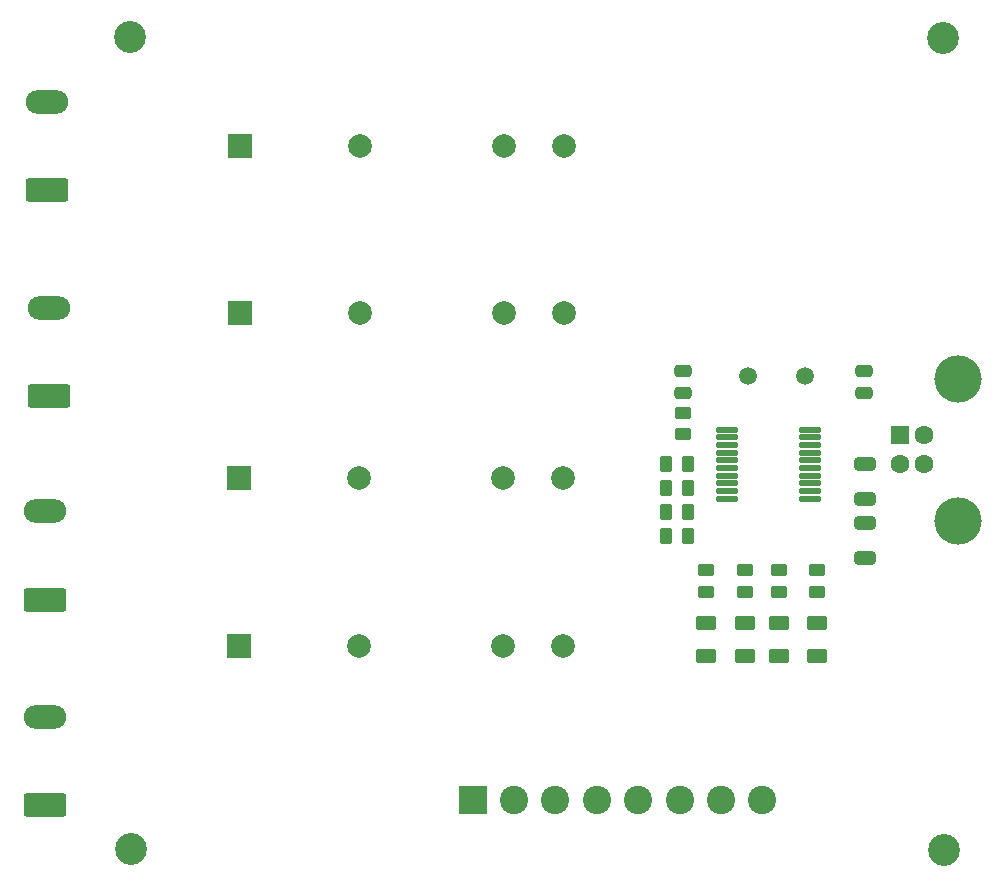
<source format=gbr>
%TF.GenerationSoftware,KiCad,Pcbnew,6.99.0-unknown-08a8a20794~162~ubuntu22.04.1*%
%TF.CreationDate,2022-12-21T10:25:03+01:00*%
%TF.ProjectId,usb_relay,7573625f-7265-46c6-9179-2e6b69636164,rev?*%
%TF.SameCoordinates,Original*%
%TF.FileFunction,Soldermask,Top*%
%TF.FilePolarity,Negative*%
%FSLAX46Y46*%
G04 Gerber Fmt 4.6, Leading zero omitted, Abs format (unit mm)*
G04 Created by KiCad (PCBNEW 6.99.0-unknown-08a8a20794~162~ubuntu22.04.1) date 2022-12-21 10:25:03*
%MOMM*%
%LPD*%
G01*
G04 APERTURE LIST*
G04 Aperture macros list*
%AMRoundRect*
0 Rectangle with rounded corners*
0 $1 Rounding radius*
0 $2 $3 $4 $5 $6 $7 $8 $9 X,Y pos of 4 corners*
0 Add a 4 corners polygon primitive as box body*
4,1,4,$2,$3,$4,$5,$6,$7,$8,$9,$2,$3,0*
0 Add four circle primitives for the rounded corners*
1,1,$1+$1,$2,$3*
1,1,$1+$1,$4,$5*
1,1,$1+$1,$6,$7*
1,1,$1+$1,$8,$9*
0 Add four rect primitives between the rounded corners*
20,1,$1+$1,$2,$3,$4,$5,0*
20,1,$1+$1,$4,$5,$6,$7,0*
20,1,$1+$1,$6,$7,$8,$9,0*
20,1,$1+$1,$8,$9,$2,$3,0*%
G04 Aperture macros list end*
%ADD10RoundRect,0.250000X-0.650000X0.325000X-0.650000X-0.325000X0.650000X-0.325000X0.650000X0.325000X0*%
%ADD11RoundRect,0.250000X1.550000X-0.750000X1.550000X0.750000X-1.550000X0.750000X-1.550000X-0.750000X0*%
%ADD12O,3.600000X2.000000*%
%ADD13R,1.600000X1.600000*%
%ADD14C,1.600000*%
%ADD15C,4.000000*%
%ADD16RoundRect,0.250000X-0.262500X-0.450000X0.262500X-0.450000X0.262500X0.450000X-0.262500X0.450000X0*%
%ADD17RoundRect,0.250000X-0.450000X0.262500X-0.450000X-0.262500X0.450000X-0.262500X0.450000X0.262500X0*%
%ADD18C,2.700000*%
%ADD19R,2.000000X2.000000*%
%ADD20C,2.000000*%
%ADD21RoundRect,0.250000X-0.475000X0.250000X-0.475000X-0.250000X0.475000X-0.250000X0.475000X0.250000X0*%
%ADD22RoundRect,0.250000X-0.625000X0.375000X-0.625000X-0.375000X0.625000X-0.375000X0.625000X0.375000X0*%
%ADD23RoundRect,0.250000X0.450000X-0.262500X0.450000X0.262500X-0.450000X0.262500X-0.450000X-0.262500X0*%
%ADD24RoundRect,0.250000X0.650000X-0.325000X0.650000X0.325000X-0.650000X0.325000X-0.650000X-0.325000X0*%
%ADD25RoundRect,0.125000X-0.825000X-0.125000X0.825000X-0.125000X0.825000X0.125000X-0.825000X0.125000X0*%
%ADD26R,2.400000X2.400000*%
%ADD27C,2.400000*%
%ADD28RoundRect,0.250000X0.262500X0.450000X-0.262500X0.450000X-0.262500X-0.450000X0.262500X-0.450000X0*%
%ADD29C,1.500000*%
G04 APERTURE END LIST*
D10*
%TO.C,C4*%
X208280000Y-97380000D03*
X208280000Y-100330000D03*
%TD*%
D11*
%TO.C,J4*%
X138898500Y-121225000D03*
D12*
X138898499Y-113724999D03*
%TD*%
D13*
%TO.C,J7*%
X211296899Y-89885199D03*
D14*
X211296900Y-92385200D03*
X213296900Y-92385200D03*
X213296900Y-89885200D03*
D15*
X216156900Y-85135200D03*
X216156900Y-97135200D03*
%TD*%
D16*
%TO.C,R6*%
X191469000Y-92329000D03*
X193294000Y-92329000D03*
%TD*%
D17*
%TO.C,R1*%
X192913000Y-88011000D03*
X192913000Y-89836000D03*
%TD*%
D18*
%TO.C,REF\u002A\u002A*%
X214884000Y-56286400D03*
%TD*%
D16*
%TO.C,R8*%
X191469000Y-96393000D03*
X193294000Y-96393000D03*
%TD*%
D19*
%TO.C,U5*%
X155403499Y-79528499D03*
D20*
X165563500Y-79528500D03*
X177755500Y-79528500D03*
X182835500Y-79528500D03*
%TD*%
D21*
%TO.C,C2*%
X192887600Y-84460000D03*
X192887600Y-86360000D03*
%TD*%
%TO.C,C1*%
X208229200Y-84444800D03*
X208229200Y-86344800D03*
%TD*%
D22*
%TO.C,D4*%
X201041000Y-105785000D03*
X201041000Y-108585000D03*
%TD*%
%TO.C,D2*%
X194818000Y-105788000D03*
X194818000Y-108588000D03*
%TD*%
%TO.C,D3*%
X204216000Y-105785000D03*
X204216000Y-108585000D03*
%TD*%
D17*
%TO.C,R4*%
X198120000Y-101322500D03*
X198120000Y-103147500D03*
%TD*%
D23*
%TO.C,R2*%
X204216000Y-103147500D03*
X204216000Y-101322500D03*
%TD*%
D19*
%TO.C,U4*%
X155276499Y-93498499D03*
D20*
X165436500Y-93498500D03*
X177628500Y-93498500D03*
X182708500Y-93498500D03*
%TD*%
D19*
%TO.C,U2*%
X155403499Y-65431499D03*
D20*
X165563500Y-65431500D03*
X177755500Y-65431500D03*
X182835500Y-65431500D03*
%TD*%
D11*
%TO.C,J5*%
X138898500Y-103826000D03*
D12*
X138898499Y-96325999D03*
%TD*%
D11*
%TO.C,J6*%
X139192000Y-86614000D03*
D12*
X139191999Y-79113999D03*
%TD*%
D19*
%TO.C,U3*%
X155276499Y-107722499D03*
D20*
X165436500Y-107722500D03*
X177628500Y-107722500D03*
X182708500Y-107722500D03*
%TD*%
D18*
%TO.C,REF\u002A\u002A*%
X146202400Y-124917200D03*
%TD*%
%TO.C,REF\u002A\u002A*%
X214985600Y-125018800D03*
%TD*%
%TO.C,REF\u002A\u002A*%
X146100800Y-56184800D03*
%TD*%
D24*
%TO.C,C3*%
X208280000Y-95328000D03*
X208280000Y-92378000D03*
%TD*%
D25*
%TO.C,U1*%
X196652000Y-89429400D03*
X196652000Y-90079400D03*
X196652000Y-90729400D03*
X196652000Y-91379400D03*
X196652000Y-92029400D03*
X196652000Y-92679400D03*
X196652000Y-93329400D03*
X196652000Y-93979400D03*
X196652000Y-94629400D03*
X196652000Y-95279400D03*
X203652000Y-95279400D03*
X203652000Y-94629400D03*
X203652000Y-93979400D03*
X203652000Y-93329400D03*
X203652000Y-92679400D03*
X203652000Y-92029400D03*
X203652000Y-91379400D03*
X203652000Y-90729400D03*
X203652000Y-90079400D03*
X203652000Y-89429400D03*
%TD*%
D26*
%TO.C,J2*%
X175102999Y-120776999D03*
D27*
X178603000Y-120777000D03*
X182103000Y-120777000D03*
X185603000Y-120777000D03*
X189103000Y-120777000D03*
X192603000Y-120777000D03*
X196103000Y-120777000D03*
X199603000Y-120777000D03*
%TD*%
D16*
%TO.C,R9*%
X191469000Y-94361000D03*
X193294000Y-94361000D03*
%TD*%
D28*
%TO.C,R7*%
X193294000Y-98425000D03*
X191469000Y-98425000D03*
%TD*%
D17*
%TO.C,R3*%
X201041000Y-101322500D03*
X201041000Y-103147500D03*
%TD*%
D22*
%TO.C,D1*%
X198120000Y-105788000D03*
X198120000Y-108588000D03*
%TD*%
D17*
%TO.C,R5*%
X194818000Y-101322500D03*
X194818000Y-103147500D03*
%TD*%
D29*
%TO.C,Y1*%
X203262400Y-84886800D03*
X198362400Y-84886800D03*
%TD*%
D11*
%TO.C,J3*%
X139025500Y-69155000D03*
D12*
X139025499Y-61654999D03*
%TD*%
M02*

</source>
